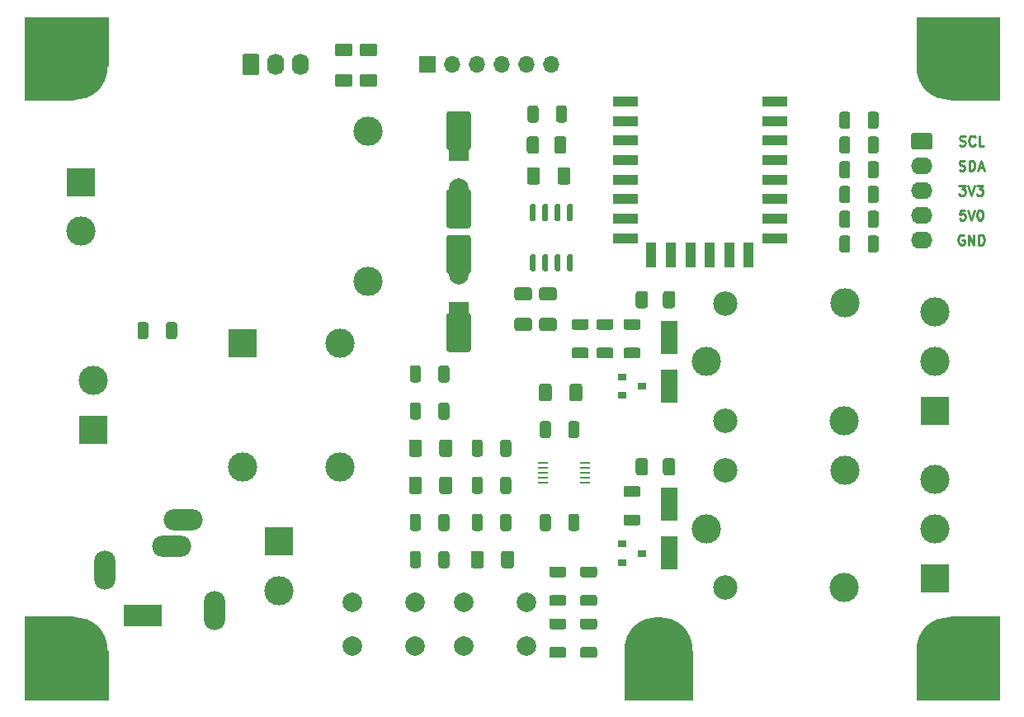
<source format=gbr>
%TF.GenerationSoftware,KiCad,Pcbnew,(5.1.10)-1*%
%TF.CreationDate,2021-10-13T22:05:38-03:00*%
%TF.ProjectId,kicad,6b696361-642e-46b6-9963-61645f706362,rev?*%
%TF.SameCoordinates,Original*%
%TF.FileFunction,Soldermask,Top*%
%TF.FilePolarity,Negative*%
%FSLAX46Y46*%
G04 Gerber Fmt 4.6, Leading zero omitted, Abs format (unit mm)*
G04 Created by KiCad (PCBNEW (5.1.10)-1) date 2021-10-13 22:05:38*
%MOMM*%
%LPD*%
G01*
G04 APERTURE LIST*
%ADD10C,0.250000*%
%ADD11C,0.100000*%
%ADD12C,7.000000*%
%ADD13R,0.900000X0.800000*%
%ADD14C,3.000000*%
%ADD15R,3.000000X3.000000*%
%ADD16O,2.200000X4.000000*%
%ADD17O,4.000000X2.200000*%
%ADD18R,4.000000X2.200000*%
%ADD19R,2.000000X2.000000*%
%ADD20C,2.000000*%
%ADD21O,1.740000X2.190000*%
%ADD22O,2.190000X1.740000*%
%ADD23R,1.100000X2.500000*%
%ADD24R,2.500000X1.100000*%
%ADD25R,1.100000X0.250000*%
%ADD26C,2.500000*%
%ADD27O,1.700000X1.700000*%
%ADD28R,1.700000X1.700000*%
%ADD29R,1.800000X3.500000*%
G04 APERTURE END LIST*
D10*
X196342095Y-87384000D02*
X196246857Y-87336380D01*
X196104000Y-87336380D01*
X195961142Y-87384000D01*
X195865904Y-87479238D01*
X195818285Y-87574476D01*
X195770666Y-87764952D01*
X195770666Y-87907809D01*
X195818285Y-88098285D01*
X195865904Y-88193523D01*
X195961142Y-88288761D01*
X196104000Y-88336380D01*
X196199238Y-88336380D01*
X196342095Y-88288761D01*
X196389714Y-88241142D01*
X196389714Y-87907809D01*
X196199238Y-87907809D01*
X196818285Y-88336380D02*
X196818285Y-87336380D01*
X197389714Y-88336380D01*
X197389714Y-87336380D01*
X197865904Y-88336380D02*
X197865904Y-87336380D01*
X198104000Y-87336380D01*
X198246857Y-87384000D01*
X198342095Y-87479238D01*
X198389714Y-87574476D01*
X198437333Y-87764952D01*
X198437333Y-87907809D01*
X198389714Y-88098285D01*
X198342095Y-88193523D01*
X198246857Y-88288761D01*
X198104000Y-88336380D01*
X197865904Y-88336380D01*
X196437333Y-84796380D02*
X195961142Y-84796380D01*
X195913523Y-85272571D01*
X195961142Y-85224952D01*
X196056380Y-85177333D01*
X196294476Y-85177333D01*
X196389714Y-85224952D01*
X196437333Y-85272571D01*
X196484952Y-85367809D01*
X196484952Y-85605904D01*
X196437333Y-85701142D01*
X196389714Y-85748761D01*
X196294476Y-85796380D01*
X196056380Y-85796380D01*
X195961142Y-85748761D01*
X195913523Y-85701142D01*
X196770666Y-84796380D02*
X197104000Y-85796380D01*
X197437333Y-84796380D01*
X197961142Y-84796380D02*
X198056380Y-84796380D01*
X198151619Y-84844000D01*
X198199238Y-84891619D01*
X198246857Y-84986857D01*
X198294476Y-85177333D01*
X198294476Y-85415428D01*
X198246857Y-85605904D01*
X198199238Y-85701142D01*
X198151619Y-85748761D01*
X198056380Y-85796380D01*
X197961142Y-85796380D01*
X197865904Y-85748761D01*
X197818285Y-85701142D01*
X197770666Y-85605904D01*
X197723047Y-85415428D01*
X197723047Y-85177333D01*
X197770666Y-84986857D01*
X197818285Y-84891619D01*
X197865904Y-84844000D01*
X197961142Y-84796380D01*
X195865904Y-82256380D02*
X196484952Y-82256380D01*
X196151619Y-82637333D01*
X196294476Y-82637333D01*
X196389714Y-82684952D01*
X196437333Y-82732571D01*
X196484952Y-82827809D01*
X196484952Y-83065904D01*
X196437333Y-83161142D01*
X196389714Y-83208761D01*
X196294476Y-83256380D01*
X196008761Y-83256380D01*
X195913523Y-83208761D01*
X195865904Y-83161142D01*
X196770666Y-82256380D02*
X197104000Y-83256380D01*
X197437333Y-82256380D01*
X197675428Y-82256380D02*
X198294476Y-82256380D01*
X197961142Y-82637333D01*
X198104000Y-82637333D01*
X198199238Y-82684952D01*
X198246857Y-82732571D01*
X198294476Y-82827809D01*
X198294476Y-83065904D01*
X198246857Y-83161142D01*
X198199238Y-83208761D01*
X198104000Y-83256380D01*
X197818285Y-83256380D01*
X197723047Y-83208761D01*
X197675428Y-83161142D01*
X195889714Y-80668761D02*
X196032571Y-80716380D01*
X196270666Y-80716380D01*
X196365904Y-80668761D01*
X196413523Y-80621142D01*
X196461142Y-80525904D01*
X196461142Y-80430666D01*
X196413523Y-80335428D01*
X196365904Y-80287809D01*
X196270666Y-80240190D01*
X196080190Y-80192571D01*
X195984952Y-80144952D01*
X195937333Y-80097333D01*
X195889714Y-80002095D01*
X195889714Y-79906857D01*
X195937333Y-79811619D01*
X195984952Y-79764000D01*
X196080190Y-79716380D01*
X196318285Y-79716380D01*
X196461142Y-79764000D01*
X196889714Y-80716380D02*
X196889714Y-79716380D01*
X197127809Y-79716380D01*
X197270666Y-79764000D01*
X197365904Y-79859238D01*
X197413523Y-79954476D01*
X197461142Y-80144952D01*
X197461142Y-80287809D01*
X197413523Y-80478285D01*
X197365904Y-80573523D01*
X197270666Y-80668761D01*
X197127809Y-80716380D01*
X196889714Y-80716380D01*
X197842095Y-80430666D02*
X198318285Y-80430666D01*
X197746857Y-80716380D02*
X198080190Y-79716380D01*
X198413523Y-80716380D01*
X195913523Y-78128761D02*
X196056380Y-78176380D01*
X196294476Y-78176380D01*
X196389714Y-78128761D01*
X196437333Y-78081142D01*
X196484952Y-77985904D01*
X196484952Y-77890666D01*
X196437333Y-77795428D01*
X196389714Y-77747809D01*
X196294476Y-77700190D01*
X196104000Y-77652571D01*
X196008761Y-77604952D01*
X195961142Y-77557333D01*
X195913523Y-77462095D01*
X195913523Y-77366857D01*
X195961142Y-77271619D01*
X196008761Y-77224000D01*
X196104000Y-77176380D01*
X196342095Y-77176380D01*
X196484952Y-77224000D01*
X197484952Y-78081142D02*
X197437333Y-78128761D01*
X197294476Y-78176380D01*
X197199238Y-78176380D01*
X197056380Y-78128761D01*
X196961142Y-78033523D01*
X196913523Y-77938285D01*
X196865904Y-77747809D01*
X196865904Y-77604952D01*
X196913523Y-77414476D01*
X196961142Y-77319238D01*
X197056380Y-77224000D01*
X197199238Y-77176380D01*
X197294476Y-77176380D01*
X197437333Y-77224000D01*
X197484952Y-77271619D01*
X198389714Y-78176380D02*
X197913523Y-78176380D01*
X197913523Y-77176380D01*
D11*
G36*
X168500000Y-135000000D02*
G01*
X161500000Y-135000000D01*
X161500000Y-130000000D01*
X168500000Y-130000000D01*
X168500000Y-135000000D01*
G37*
X168500000Y-135000000D02*
X161500000Y-135000000D01*
X161500000Y-130000000D01*
X168500000Y-130000000D01*
X168500000Y-135000000D01*
G36*
X108500000Y-70000000D02*
G01*
X105000000Y-73500000D01*
X100000000Y-73500000D01*
X100000000Y-65000000D01*
X108500000Y-65000000D01*
X108500000Y-70000000D01*
G37*
X108500000Y-70000000D02*
X105000000Y-73500000D01*
X100000000Y-73500000D01*
X100000000Y-65000000D01*
X108500000Y-65000000D01*
X108500000Y-70000000D01*
G36*
X200000000Y-73500000D02*
G01*
X195000000Y-73500000D01*
X191500000Y-70000000D01*
X191500000Y-65000000D01*
X200000000Y-65000000D01*
X200000000Y-73500000D01*
G37*
X200000000Y-73500000D02*
X195000000Y-73500000D01*
X191500000Y-70000000D01*
X191500000Y-65000000D01*
X200000000Y-65000000D01*
X200000000Y-73500000D01*
G36*
X200000000Y-135000000D02*
G01*
X191500000Y-135000000D01*
X191500000Y-130000000D01*
X195000000Y-126500000D01*
X200000000Y-126500000D01*
X200000000Y-135000000D01*
G37*
X200000000Y-135000000D02*
X191500000Y-135000000D01*
X191500000Y-130000000D01*
X195000000Y-126500000D01*
X200000000Y-126500000D01*
X200000000Y-135000000D01*
G36*
X108500000Y-130000000D02*
G01*
X108500000Y-135000000D01*
X100000000Y-135000000D01*
X100000000Y-126500000D01*
X105000000Y-126500000D01*
X108500000Y-130000000D01*
G37*
X108500000Y-130000000D02*
X108500000Y-135000000D01*
X100000000Y-135000000D01*
X100000000Y-126500000D01*
X105000000Y-126500000D01*
X108500000Y-130000000D01*
D12*
%TO.C,REF\u002A\u002A*%
X165000000Y-130000000D03*
%TD*%
%TO.C,REF\u002A\u002A*%
X195000000Y-130000000D03*
%TD*%
D13*
%TO.C,Q2*%
X163290000Y-120015000D03*
X161290000Y-120965000D03*
X161290000Y-119065000D03*
%TD*%
D12*
%TO.C,REF\u002A\u002A*%
X195000000Y-70000000D03*
%TD*%
%TO.C,REF\u002A\u002A*%
X105000000Y-70000000D03*
%TD*%
%TO.C,REF\u002A\u002A*%
X105000000Y-130000000D03*
%TD*%
D14*
%TO.C,J5*%
X126095000Y-123825000D03*
D15*
X126095000Y-118745000D03*
%TD*%
D14*
%TO.C,J8*%
X193405000Y-112395000D03*
X193405000Y-117475000D03*
D15*
X193405000Y-122555000D03*
%TD*%
D14*
%TO.C,PS1*%
X135175000Y-92115000D03*
X105775000Y-86915000D03*
D15*
X105775000Y-81915000D03*
D14*
X135175000Y-76715000D03*
%TD*%
%TO.C,T1*%
X132365000Y-111125000D03*
X122365000Y-111125000D03*
X132365000Y-98425000D03*
D15*
X122365000Y-98425000D03*
%TD*%
%TO.C,R11*%
G36*
G01*
X140627500Y-116214999D02*
X140627500Y-117465001D01*
G75*
G02*
X140377501Y-117715000I-249999J0D01*
G01*
X139752499Y-117715000D01*
G75*
G02*
X139502500Y-117465001I0J249999D01*
G01*
X139502500Y-116214999D01*
G75*
G02*
X139752499Y-115965000I249999J0D01*
G01*
X140377501Y-115965000D01*
G75*
G02*
X140627500Y-116214999I0J-249999D01*
G01*
G37*
G36*
G01*
X143552500Y-116214999D02*
X143552500Y-117465001D01*
G75*
G02*
X143302501Y-117715000I-249999J0D01*
G01*
X142677499Y-117715000D01*
G75*
G02*
X142427500Y-117465001I0J249999D01*
G01*
X142427500Y-116214999D01*
G75*
G02*
X142677499Y-115965000I249999J0D01*
G01*
X143302501Y-115965000D01*
G75*
G02*
X143552500Y-116214999I0J-249999D01*
G01*
G37*
%TD*%
%TO.C,R10*%
G36*
G01*
X140627500Y-104784999D02*
X140627500Y-106035001D01*
G75*
G02*
X140377501Y-106285000I-249999J0D01*
G01*
X139752499Y-106285000D01*
G75*
G02*
X139502500Y-106035001I0J249999D01*
G01*
X139502500Y-104784999D01*
G75*
G02*
X139752499Y-104535000I249999J0D01*
G01*
X140377501Y-104535000D01*
G75*
G02*
X140627500Y-104784999I0J-249999D01*
G01*
G37*
G36*
G01*
X143552500Y-104784999D02*
X143552500Y-106035001D01*
G75*
G02*
X143302501Y-106285000I-249999J0D01*
G01*
X142677499Y-106285000D01*
G75*
G02*
X142427500Y-106035001I0J249999D01*
G01*
X142427500Y-104784999D01*
G75*
G02*
X142677499Y-104535000I249999J0D01*
G01*
X143302501Y-104535000D01*
G75*
G02*
X143552500Y-104784999I0J-249999D01*
G01*
G37*
%TD*%
%TO.C,R13*%
G36*
G01*
X146977500Y-112404999D02*
X146977500Y-113655001D01*
G75*
G02*
X146727501Y-113905000I-249999J0D01*
G01*
X146102499Y-113905000D01*
G75*
G02*
X145852500Y-113655001I0J249999D01*
G01*
X145852500Y-112404999D01*
G75*
G02*
X146102499Y-112155000I249999J0D01*
G01*
X146727501Y-112155000D01*
G75*
G02*
X146977500Y-112404999I0J-249999D01*
G01*
G37*
G36*
G01*
X149902500Y-112404999D02*
X149902500Y-113655001D01*
G75*
G02*
X149652501Y-113905000I-249999J0D01*
G01*
X149027499Y-113905000D01*
G75*
G02*
X148777500Y-113655001I0J249999D01*
G01*
X148777500Y-112404999D01*
G75*
G02*
X149027499Y-112155000I249999J0D01*
G01*
X149652501Y-112155000D01*
G75*
G02*
X149902500Y-112404999I0J-249999D01*
G01*
G37*
%TD*%
%TO.C,R12*%
G36*
G01*
X146977500Y-108594999D02*
X146977500Y-109845001D01*
G75*
G02*
X146727501Y-110095000I-249999J0D01*
G01*
X146102499Y-110095000D01*
G75*
G02*
X145852500Y-109845001I0J249999D01*
G01*
X145852500Y-108594999D01*
G75*
G02*
X146102499Y-108345000I249999J0D01*
G01*
X146727501Y-108345000D01*
G75*
G02*
X146977500Y-108594999I0J-249999D01*
G01*
G37*
G36*
G01*
X149902500Y-108594999D02*
X149902500Y-109845001D01*
G75*
G02*
X149652501Y-110095000I-249999J0D01*
G01*
X149027499Y-110095000D01*
G75*
G02*
X148777500Y-109845001I0J249999D01*
G01*
X148777500Y-108594999D01*
G75*
G02*
X149027499Y-108345000I249999J0D01*
G01*
X149652501Y-108345000D01*
G75*
G02*
X149902500Y-108594999I0J-249999D01*
G01*
G37*
%TD*%
%TO.C,C4*%
G36*
G01*
X140727500Y-108569999D02*
X140727500Y-109870001D01*
G75*
G02*
X140477501Y-110120000I-249999J0D01*
G01*
X139652499Y-110120000D01*
G75*
G02*
X139402500Y-109870001I0J249999D01*
G01*
X139402500Y-108569999D01*
G75*
G02*
X139652499Y-108320000I249999J0D01*
G01*
X140477501Y-108320000D01*
G75*
G02*
X140727500Y-108569999I0J-249999D01*
G01*
G37*
G36*
G01*
X143852500Y-108569999D02*
X143852500Y-109870001D01*
G75*
G02*
X143602501Y-110120000I-249999J0D01*
G01*
X142777499Y-110120000D01*
G75*
G02*
X142527500Y-109870001I0J249999D01*
G01*
X142527500Y-108569999D01*
G75*
G02*
X142777499Y-108320000I249999J0D01*
G01*
X143602501Y-108320000D01*
G75*
G02*
X143852500Y-108569999I0J-249999D01*
G01*
G37*
%TD*%
%TO.C,C5*%
G36*
G01*
X140727500Y-112379999D02*
X140727500Y-113680001D01*
G75*
G02*
X140477501Y-113930000I-249999J0D01*
G01*
X139652499Y-113930000D01*
G75*
G02*
X139402500Y-113680001I0J249999D01*
G01*
X139402500Y-112379999D01*
G75*
G02*
X139652499Y-112130000I249999J0D01*
G01*
X140477501Y-112130000D01*
G75*
G02*
X140727500Y-112379999I0J-249999D01*
G01*
G37*
G36*
G01*
X143852500Y-112379999D02*
X143852500Y-113680001D01*
G75*
G02*
X143602501Y-113930000I-249999J0D01*
G01*
X142777499Y-113930000D01*
G75*
G02*
X142527500Y-113680001I0J249999D01*
G01*
X142527500Y-112379999D01*
G75*
G02*
X142777499Y-112130000I249999J0D01*
G01*
X143602501Y-112130000D01*
G75*
G02*
X143852500Y-112379999I0J-249999D01*
G01*
G37*
%TD*%
D16*
%TO.C,J4*%
X108225000Y-121765000D03*
D17*
X116225000Y-116565000D03*
X115025000Y-119265000D03*
D16*
X119425000Y-125865000D03*
D18*
X112125000Y-126365000D03*
%TD*%
D14*
%TO.C,J2*%
X107045000Y-102235000D03*
D15*
X107045000Y-107315000D03*
%TD*%
D19*
%TO.C,C8*%
X144510000Y-95245000D03*
D20*
X144510000Y-91445000D03*
G36*
G01*
X145510000Y-99345000D02*
X143510000Y-99345000D01*
G75*
G02*
X143260000Y-99095000I0J250000D01*
G01*
X143260000Y-95595000D01*
G75*
G02*
X143510000Y-95345000I250000J0D01*
G01*
X145510000Y-95345000D01*
G75*
G02*
X145760000Y-95595000I0J-250000D01*
G01*
X145760000Y-99095000D01*
G75*
G02*
X145510000Y-99345000I-250000J0D01*
G01*
G37*
G36*
G01*
X145510000Y-91345000D02*
X143510000Y-91345000D01*
G75*
G02*
X143260000Y-91095000I0J250000D01*
G01*
X143260000Y-87595000D01*
G75*
G02*
X143510000Y-87345000I250000J0D01*
G01*
X145510000Y-87345000D01*
G75*
G02*
X145760000Y-87595000I0J-250000D01*
G01*
X145760000Y-91095000D01*
G75*
G02*
X145510000Y-91345000I-250000J0D01*
G01*
G37*
%TD*%
D19*
%TO.C,C3*%
X144510000Y-78745000D03*
D20*
X144510000Y-82545000D03*
G36*
G01*
X143510000Y-74645000D02*
X145510000Y-74645000D01*
G75*
G02*
X145760000Y-74895000I0J-250000D01*
G01*
X145760000Y-78395000D01*
G75*
G02*
X145510000Y-78645000I-250000J0D01*
G01*
X143510000Y-78645000D01*
G75*
G02*
X143260000Y-78395000I0J250000D01*
G01*
X143260000Y-74895000D01*
G75*
G02*
X143510000Y-74645000I250000J0D01*
G01*
G37*
G36*
G01*
X143510000Y-82645000D02*
X145510000Y-82645000D01*
G75*
G02*
X145760000Y-82895000I0J-250000D01*
G01*
X145760000Y-86395000D01*
G75*
G02*
X145510000Y-86645000I-250000J0D01*
G01*
X143510000Y-86645000D01*
G75*
G02*
X143260000Y-86395000I0J250000D01*
G01*
X143260000Y-82895000D01*
G75*
G02*
X143510000Y-82645000I250000J0D01*
G01*
G37*
%TD*%
%TO.C,C1*%
G36*
G01*
X133365001Y-69022500D02*
X132064999Y-69022500D01*
G75*
G02*
X131815000Y-68772501I0J249999D01*
G01*
X131815000Y-67947499D01*
G75*
G02*
X132064999Y-67697500I249999J0D01*
G01*
X133365001Y-67697500D01*
G75*
G02*
X133615000Y-67947499I0J-249999D01*
G01*
X133615000Y-68772501D01*
G75*
G02*
X133365001Y-69022500I-249999J0D01*
G01*
G37*
G36*
G01*
X133365001Y-72147500D02*
X132064999Y-72147500D01*
G75*
G02*
X131815000Y-71897501I0J249999D01*
G01*
X131815000Y-71072499D01*
G75*
G02*
X132064999Y-70822500I249999J0D01*
G01*
X133365001Y-70822500D01*
G75*
G02*
X133615000Y-71072499I0J-249999D01*
G01*
X133615000Y-71897501D01*
G75*
G02*
X133365001Y-72147500I-249999J0D01*
G01*
G37*
%TD*%
D21*
%TO.C,J1*%
X128270000Y-69850000D03*
X125730000Y-69850000D03*
G36*
G01*
X122320000Y-70695001D02*
X122320000Y-69004999D01*
G75*
G02*
X122569999Y-68755000I249999J0D01*
G01*
X123810001Y-68755000D01*
G75*
G02*
X124060000Y-69004999I0J-249999D01*
G01*
X124060000Y-70695001D01*
G75*
G02*
X123810001Y-70945000I-249999J0D01*
G01*
X122569999Y-70945000D01*
G75*
G02*
X122320000Y-70695001I0J249999D01*
G01*
G37*
%TD*%
D22*
%TO.C,J3*%
X192024000Y-87884000D03*
X192024000Y-85344000D03*
X192024000Y-82804000D03*
X192024000Y-80264000D03*
G36*
G01*
X191178999Y-76854000D02*
X192869001Y-76854000D01*
G75*
G02*
X193119000Y-77103999I0J-249999D01*
G01*
X193119000Y-78344001D01*
G75*
G02*
X192869001Y-78594000I-249999J0D01*
G01*
X191178999Y-78594000D01*
G75*
G02*
X190929000Y-78344001I0J249999D01*
G01*
X190929000Y-77103999D01*
G75*
G02*
X191178999Y-76854000I249999J0D01*
G01*
G37*
%TD*%
%TO.C,R25*%
G36*
G01*
X186492500Y-88890001D02*
X186492500Y-87639999D01*
G75*
G02*
X186742499Y-87390000I249999J0D01*
G01*
X187367501Y-87390000D01*
G75*
G02*
X187617500Y-87639999I0J-249999D01*
G01*
X187617500Y-88890001D01*
G75*
G02*
X187367501Y-89140000I-249999J0D01*
G01*
X186742499Y-89140000D01*
G75*
G02*
X186492500Y-88890001I0J249999D01*
G01*
G37*
G36*
G01*
X183567500Y-88890001D02*
X183567500Y-87639999D01*
G75*
G02*
X183817499Y-87390000I249999J0D01*
G01*
X184442501Y-87390000D01*
G75*
G02*
X184692500Y-87639999I0J-249999D01*
G01*
X184692500Y-88890001D01*
G75*
G02*
X184442501Y-89140000I-249999J0D01*
G01*
X183817499Y-89140000D01*
G75*
G02*
X183567500Y-88890001I0J249999D01*
G01*
G37*
%TD*%
%TO.C,R24*%
G36*
G01*
X184692500Y-85099999D02*
X184692500Y-86350001D01*
G75*
G02*
X184442501Y-86600000I-249999J0D01*
G01*
X183817499Y-86600000D01*
G75*
G02*
X183567500Y-86350001I0J249999D01*
G01*
X183567500Y-85099999D01*
G75*
G02*
X183817499Y-84850000I249999J0D01*
G01*
X184442501Y-84850000D01*
G75*
G02*
X184692500Y-85099999I0J-249999D01*
G01*
G37*
G36*
G01*
X187617500Y-85099999D02*
X187617500Y-86350001D01*
G75*
G02*
X187367501Y-86600000I-249999J0D01*
G01*
X186742499Y-86600000D01*
G75*
G02*
X186492500Y-86350001I0J249999D01*
G01*
X186492500Y-85099999D01*
G75*
G02*
X186742499Y-84850000I249999J0D01*
G01*
X187367501Y-84850000D01*
G75*
G02*
X187617500Y-85099999I0J-249999D01*
G01*
G37*
%TD*%
%TO.C,R23*%
G36*
G01*
X157597001Y-97082500D02*
X156346999Y-97082500D01*
G75*
G02*
X156097000Y-96832501I0J249999D01*
G01*
X156097000Y-96207499D01*
G75*
G02*
X156346999Y-95957500I249999J0D01*
G01*
X157597001Y-95957500D01*
G75*
G02*
X157847000Y-96207499I0J-249999D01*
G01*
X157847000Y-96832501D01*
G75*
G02*
X157597001Y-97082500I-249999J0D01*
G01*
G37*
G36*
G01*
X157597001Y-100007500D02*
X156346999Y-100007500D01*
G75*
G02*
X156097000Y-99757501I0J249999D01*
G01*
X156097000Y-99132499D01*
G75*
G02*
X156346999Y-98882500I249999J0D01*
G01*
X157597001Y-98882500D01*
G75*
G02*
X157847000Y-99132499I0J-249999D01*
G01*
X157847000Y-99757501D01*
G75*
G02*
X157597001Y-100007500I-249999J0D01*
G01*
G37*
%TD*%
%TO.C,R22*%
G36*
G01*
X160137001Y-97082500D02*
X158886999Y-97082500D01*
G75*
G02*
X158637000Y-96832501I0J249999D01*
G01*
X158637000Y-96207499D01*
G75*
G02*
X158886999Y-95957500I249999J0D01*
G01*
X160137001Y-95957500D01*
G75*
G02*
X160387000Y-96207499I0J-249999D01*
G01*
X160387000Y-96832501D01*
G75*
G02*
X160137001Y-97082500I-249999J0D01*
G01*
G37*
G36*
G01*
X160137001Y-100007500D02*
X158886999Y-100007500D01*
G75*
G02*
X158637000Y-99757501I0J249999D01*
G01*
X158637000Y-99132499D01*
G75*
G02*
X158886999Y-98882500I249999J0D01*
G01*
X160137001Y-98882500D01*
G75*
G02*
X160387000Y-99132499I0J-249999D01*
G01*
X160387000Y-99757501D01*
G75*
G02*
X160137001Y-100007500I-249999J0D01*
G01*
G37*
%TD*%
%TO.C,R21*%
G36*
G01*
X161664999Y-116027500D02*
X162915001Y-116027500D01*
G75*
G02*
X163165000Y-116277499I0J-249999D01*
G01*
X163165000Y-116902501D01*
G75*
G02*
X162915001Y-117152500I-249999J0D01*
G01*
X161664999Y-117152500D01*
G75*
G02*
X161415000Y-116902501I0J249999D01*
G01*
X161415000Y-116277499D01*
G75*
G02*
X161664999Y-116027500I249999J0D01*
G01*
G37*
G36*
G01*
X161664999Y-113102500D02*
X162915001Y-113102500D01*
G75*
G02*
X163165000Y-113352499I0J-249999D01*
G01*
X163165000Y-113977501D01*
G75*
G02*
X162915001Y-114227500I-249999J0D01*
G01*
X161664999Y-114227500D01*
G75*
G02*
X161415000Y-113977501I0J249999D01*
G01*
X161415000Y-113352499D01*
G75*
G02*
X161664999Y-113102500I249999J0D01*
G01*
G37*
%TD*%
%TO.C,R20*%
G36*
G01*
X161664999Y-98882500D02*
X162915001Y-98882500D01*
G75*
G02*
X163165000Y-99132499I0J-249999D01*
G01*
X163165000Y-99757501D01*
G75*
G02*
X162915001Y-100007500I-249999J0D01*
G01*
X161664999Y-100007500D01*
G75*
G02*
X161415000Y-99757501I0J249999D01*
G01*
X161415000Y-99132499D01*
G75*
G02*
X161664999Y-98882500I249999J0D01*
G01*
G37*
G36*
G01*
X161664999Y-95957500D02*
X162915001Y-95957500D01*
G75*
G02*
X163165000Y-96207499I0J-249999D01*
G01*
X163165000Y-96832501D01*
G75*
G02*
X162915001Y-97082500I-249999J0D01*
G01*
X161664999Y-97082500D01*
G75*
G02*
X161415000Y-96832501I0J249999D01*
G01*
X161415000Y-96207499D01*
G75*
G02*
X161664999Y-95957500I249999J0D01*
G01*
G37*
%TD*%
%TO.C,R19*%
G36*
G01*
X146977500Y-116214999D02*
X146977500Y-117465001D01*
G75*
G02*
X146727501Y-117715000I-249999J0D01*
G01*
X146102499Y-117715000D01*
G75*
G02*
X145852500Y-117465001I0J249999D01*
G01*
X145852500Y-116214999D01*
G75*
G02*
X146102499Y-115965000I249999J0D01*
G01*
X146727501Y-115965000D01*
G75*
G02*
X146977500Y-116214999I0J-249999D01*
G01*
G37*
G36*
G01*
X149902500Y-116214999D02*
X149902500Y-117465001D01*
G75*
G02*
X149652501Y-117715000I-249999J0D01*
G01*
X149027499Y-117715000D01*
G75*
G02*
X148777500Y-117465001I0J249999D01*
G01*
X148777500Y-116214999D01*
G75*
G02*
X149027499Y-115965000I249999J0D01*
G01*
X149652501Y-115965000D01*
G75*
G02*
X149902500Y-116214999I0J-249999D01*
G01*
G37*
%TD*%
%TO.C,R18*%
G36*
G01*
X153962500Y-116214999D02*
X153962500Y-117465001D01*
G75*
G02*
X153712501Y-117715000I-249999J0D01*
G01*
X153087499Y-117715000D01*
G75*
G02*
X152837500Y-117465001I0J249999D01*
G01*
X152837500Y-116214999D01*
G75*
G02*
X153087499Y-115965000I249999J0D01*
G01*
X153712501Y-115965000D01*
G75*
G02*
X153962500Y-116214999I0J-249999D01*
G01*
G37*
G36*
G01*
X156887500Y-116214999D02*
X156887500Y-117465001D01*
G75*
G02*
X156637501Y-117715000I-249999J0D01*
G01*
X156012499Y-117715000D01*
G75*
G02*
X155762500Y-117465001I0J249999D01*
G01*
X155762500Y-116214999D01*
G75*
G02*
X156012499Y-115965000I249999J0D01*
G01*
X156637501Y-115965000D01*
G75*
G02*
X156887500Y-116214999I0J-249999D01*
G01*
G37*
%TD*%
%TO.C,C11*%
G36*
G01*
X153019999Y-95857500D02*
X154320001Y-95857500D01*
G75*
G02*
X154570000Y-96107499I0J-249999D01*
G01*
X154570000Y-96932501D01*
G75*
G02*
X154320001Y-97182500I-249999J0D01*
G01*
X153019999Y-97182500D01*
G75*
G02*
X152770000Y-96932501I0J249999D01*
G01*
X152770000Y-96107499D01*
G75*
G02*
X153019999Y-95857500I249999J0D01*
G01*
G37*
G36*
G01*
X153019999Y-92732500D02*
X154320001Y-92732500D01*
G75*
G02*
X154570000Y-92982499I0J-249999D01*
G01*
X154570000Y-93807501D01*
G75*
G02*
X154320001Y-94057500I-249999J0D01*
G01*
X153019999Y-94057500D01*
G75*
G02*
X152770000Y-93807501I0J249999D01*
G01*
X152770000Y-92982499D01*
G75*
G02*
X153019999Y-92732500I249999J0D01*
G01*
G37*
%TD*%
%TO.C,C10*%
G36*
G01*
X150479999Y-95857500D02*
X151780001Y-95857500D01*
G75*
G02*
X152030000Y-96107499I0J-249999D01*
G01*
X152030000Y-96932501D01*
G75*
G02*
X151780001Y-97182500I-249999J0D01*
G01*
X150479999Y-97182500D01*
G75*
G02*
X150230000Y-96932501I0J249999D01*
G01*
X150230000Y-96107499D01*
G75*
G02*
X150479999Y-95857500I249999J0D01*
G01*
G37*
G36*
G01*
X150479999Y-92732500D02*
X151780001Y-92732500D01*
G75*
G02*
X152030000Y-92982499I0J-249999D01*
G01*
X152030000Y-93807501D01*
G75*
G02*
X151780001Y-94057500I-249999J0D01*
G01*
X150479999Y-94057500D01*
G75*
G02*
X150230000Y-93807501I0J249999D01*
G01*
X150230000Y-92982499D01*
G75*
G02*
X150479999Y-92732500I249999J0D01*
G01*
G37*
%TD*%
D23*
%TO.C,U3*%
X174280000Y-89360000D03*
X172280000Y-89360000D03*
X170280000Y-89360000D03*
X168280000Y-89360000D03*
X166280000Y-89360000D03*
X164280000Y-89360000D03*
D24*
X176990000Y-73660000D03*
X176990000Y-75660000D03*
X176990000Y-77660000D03*
X176990000Y-79660000D03*
X176990000Y-81660000D03*
X176990000Y-83660000D03*
X176990000Y-85660000D03*
X176990000Y-87660000D03*
X161590000Y-87660000D03*
X161590000Y-85660000D03*
X161590000Y-83660000D03*
X161590000Y-81660000D03*
X161590000Y-79660000D03*
X161590000Y-77660000D03*
X161590000Y-75660000D03*
X161590000Y-73660000D03*
%TD*%
D25*
%TO.C,U2*%
X157455000Y-110760000D03*
X157455000Y-111260000D03*
X157455000Y-111760000D03*
X157455000Y-112260000D03*
X157455000Y-112760000D03*
X153155000Y-112760000D03*
X153155000Y-112260000D03*
X153155000Y-111760000D03*
X153155000Y-111260000D03*
X153155000Y-110760000D03*
%TD*%
%TO.C,U1*%
G36*
G01*
X152280000Y-85930000D02*
X151980000Y-85930000D01*
G75*
G02*
X151830000Y-85780000I0J150000D01*
G01*
X151830000Y-84330000D01*
G75*
G02*
X151980000Y-84180000I150000J0D01*
G01*
X152280000Y-84180000D01*
G75*
G02*
X152430000Y-84330000I0J-150000D01*
G01*
X152430000Y-85780000D01*
G75*
G02*
X152280000Y-85930000I-150000J0D01*
G01*
G37*
G36*
G01*
X153550000Y-85930000D02*
X153250000Y-85930000D01*
G75*
G02*
X153100000Y-85780000I0J150000D01*
G01*
X153100000Y-84330000D01*
G75*
G02*
X153250000Y-84180000I150000J0D01*
G01*
X153550000Y-84180000D01*
G75*
G02*
X153700000Y-84330000I0J-150000D01*
G01*
X153700000Y-85780000D01*
G75*
G02*
X153550000Y-85930000I-150000J0D01*
G01*
G37*
G36*
G01*
X154820000Y-85930000D02*
X154520000Y-85930000D01*
G75*
G02*
X154370000Y-85780000I0J150000D01*
G01*
X154370000Y-84330000D01*
G75*
G02*
X154520000Y-84180000I150000J0D01*
G01*
X154820000Y-84180000D01*
G75*
G02*
X154970000Y-84330000I0J-150000D01*
G01*
X154970000Y-85780000D01*
G75*
G02*
X154820000Y-85930000I-150000J0D01*
G01*
G37*
G36*
G01*
X156090000Y-85930000D02*
X155790000Y-85930000D01*
G75*
G02*
X155640000Y-85780000I0J150000D01*
G01*
X155640000Y-84330000D01*
G75*
G02*
X155790000Y-84180000I150000J0D01*
G01*
X156090000Y-84180000D01*
G75*
G02*
X156240000Y-84330000I0J-150000D01*
G01*
X156240000Y-85780000D01*
G75*
G02*
X156090000Y-85930000I-150000J0D01*
G01*
G37*
G36*
G01*
X156090000Y-91080000D02*
X155790000Y-91080000D01*
G75*
G02*
X155640000Y-90930000I0J150000D01*
G01*
X155640000Y-89480000D01*
G75*
G02*
X155790000Y-89330000I150000J0D01*
G01*
X156090000Y-89330000D01*
G75*
G02*
X156240000Y-89480000I0J-150000D01*
G01*
X156240000Y-90930000D01*
G75*
G02*
X156090000Y-91080000I-150000J0D01*
G01*
G37*
G36*
G01*
X154820000Y-91080000D02*
X154520000Y-91080000D01*
G75*
G02*
X154370000Y-90930000I0J150000D01*
G01*
X154370000Y-89480000D01*
G75*
G02*
X154520000Y-89330000I150000J0D01*
G01*
X154820000Y-89330000D01*
G75*
G02*
X154970000Y-89480000I0J-150000D01*
G01*
X154970000Y-90930000D01*
G75*
G02*
X154820000Y-91080000I-150000J0D01*
G01*
G37*
G36*
G01*
X153550000Y-91080000D02*
X153250000Y-91080000D01*
G75*
G02*
X153100000Y-90930000I0J150000D01*
G01*
X153100000Y-89480000D01*
G75*
G02*
X153250000Y-89330000I150000J0D01*
G01*
X153550000Y-89330000D01*
G75*
G02*
X153700000Y-89480000I0J-150000D01*
G01*
X153700000Y-90930000D01*
G75*
G02*
X153550000Y-91080000I-150000J0D01*
G01*
G37*
G36*
G01*
X152280000Y-91080000D02*
X151980000Y-91080000D01*
G75*
G02*
X151830000Y-90930000I0J150000D01*
G01*
X151830000Y-89480000D01*
G75*
G02*
X151980000Y-89330000I150000J0D01*
G01*
X152280000Y-89330000D01*
G75*
G02*
X152430000Y-89480000I0J-150000D01*
G01*
X152430000Y-90930000D01*
G75*
G02*
X152280000Y-91080000I-150000J0D01*
G01*
G37*
%TD*%
D20*
%TO.C,SW1*%
X151495000Y-125040000D03*
X151495000Y-129540000D03*
X144995000Y-125040000D03*
X144995000Y-129540000D03*
%TD*%
%TO.C,R9*%
G36*
G01*
X157219999Y-124282500D02*
X158470001Y-124282500D01*
G75*
G02*
X158720000Y-124532499I0J-249999D01*
G01*
X158720000Y-125157501D01*
G75*
G02*
X158470001Y-125407500I-249999J0D01*
G01*
X157219999Y-125407500D01*
G75*
G02*
X156970000Y-125157501I0J249999D01*
G01*
X156970000Y-124532499D01*
G75*
G02*
X157219999Y-124282500I249999J0D01*
G01*
G37*
G36*
G01*
X157219999Y-121357500D02*
X158470001Y-121357500D01*
G75*
G02*
X158720000Y-121607499I0J-249999D01*
G01*
X158720000Y-122232501D01*
G75*
G02*
X158470001Y-122482500I-249999J0D01*
G01*
X157219999Y-122482500D01*
G75*
G02*
X156970000Y-122232501I0J249999D01*
G01*
X156970000Y-121607499D01*
G75*
G02*
X157219999Y-121357500I249999J0D01*
G01*
G37*
%TD*%
%TO.C,R6*%
G36*
G01*
X154044999Y-129612500D02*
X155295001Y-129612500D01*
G75*
G02*
X155545000Y-129862499I0J-249999D01*
G01*
X155545000Y-130487501D01*
G75*
G02*
X155295001Y-130737500I-249999J0D01*
G01*
X154044999Y-130737500D01*
G75*
G02*
X153795000Y-130487501I0J249999D01*
G01*
X153795000Y-129862499D01*
G75*
G02*
X154044999Y-129612500I249999J0D01*
G01*
G37*
G36*
G01*
X154044999Y-126687500D02*
X155295001Y-126687500D01*
G75*
G02*
X155545000Y-126937499I0J-249999D01*
G01*
X155545000Y-127562501D01*
G75*
G02*
X155295001Y-127812500I-249999J0D01*
G01*
X154044999Y-127812500D01*
G75*
G02*
X153795000Y-127562501I0J249999D01*
G01*
X153795000Y-126937499D01*
G75*
G02*
X154044999Y-126687500I249999J0D01*
G01*
G37*
%TD*%
%TO.C,R5*%
G36*
G01*
X142427500Y-121275001D02*
X142427500Y-120024999D01*
G75*
G02*
X142677499Y-119775000I249999J0D01*
G01*
X143302501Y-119775000D01*
G75*
G02*
X143552500Y-120024999I0J-249999D01*
G01*
X143552500Y-121275001D01*
G75*
G02*
X143302501Y-121525000I-249999J0D01*
G01*
X142677499Y-121525000D01*
G75*
G02*
X142427500Y-121275001I0J249999D01*
G01*
G37*
G36*
G01*
X139502500Y-121275001D02*
X139502500Y-120024999D01*
G75*
G02*
X139752499Y-119775000I249999J0D01*
G01*
X140377501Y-119775000D01*
G75*
G02*
X140627500Y-120024999I0J-249999D01*
G01*
X140627500Y-121275001D01*
G75*
G02*
X140377501Y-121525000I-249999J0D01*
G01*
X139752499Y-121525000D01*
G75*
G02*
X139502500Y-121275001I0J249999D01*
G01*
G37*
%TD*%
%TO.C,R17*%
G36*
G01*
X153962500Y-106689999D02*
X153962500Y-107940001D01*
G75*
G02*
X153712501Y-108190000I-249999J0D01*
G01*
X153087499Y-108190000D01*
G75*
G02*
X152837500Y-107940001I0J249999D01*
G01*
X152837500Y-106689999D01*
G75*
G02*
X153087499Y-106440000I249999J0D01*
G01*
X153712501Y-106440000D01*
G75*
G02*
X153962500Y-106689999I0J-249999D01*
G01*
G37*
G36*
G01*
X156887500Y-106689999D02*
X156887500Y-107940001D01*
G75*
G02*
X156637501Y-108190000I-249999J0D01*
G01*
X156012499Y-108190000D01*
G75*
G02*
X155762500Y-107940001I0J249999D01*
G01*
X155762500Y-106689999D01*
G75*
G02*
X156012499Y-106440000I249999J0D01*
G01*
X156637501Y-106440000D01*
G75*
G02*
X156887500Y-106689999I0J-249999D01*
G01*
G37*
%TD*%
%TO.C,R15*%
G36*
G01*
X186492500Y-76190001D02*
X186492500Y-74939999D01*
G75*
G02*
X186742499Y-74690000I249999J0D01*
G01*
X187367501Y-74690000D01*
G75*
G02*
X187617500Y-74939999I0J-249999D01*
G01*
X187617500Y-76190001D01*
G75*
G02*
X187367501Y-76440000I-249999J0D01*
G01*
X186742499Y-76440000D01*
G75*
G02*
X186492500Y-76190001I0J249999D01*
G01*
G37*
G36*
G01*
X183567500Y-76190001D02*
X183567500Y-74939999D01*
G75*
G02*
X183817499Y-74690000I249999J0D01*
G01*
X184442501Y-74690000D01*
G75*
G02*
X184692500Y-74939999I0J-249999D01*
G01*
X184692500Y-76190001D01*
G75*
G02*
X184442501Y-76440000I-249999J0D01*
G01*
X183817499Y-76440000D01*
G75*
G02*
X183567500Y-76190001I0J249999D01*
G01*
G37*
%TD*%
%TO.C,R16*%
G36*
G01*
X186492500Y-78730001D02*
X186492500Y-77479999D01*
G75*
G02*
X186742499Y-77230000I249999J0D01*
G01*
X187367501Y-77230000D01*
G75*
G02*
X187617500Y-77479999I0J-249999D01*
G01*
X187617500Y-78730001D01*
G75*
G02*
X187367501Y-78980000I-249999J0D01*
G01*
X186742499Y-78980000D01*
G75*
G02*
X186492500Y-78730001I0J249999D01*
G01*
G37*
G36*
G01*
X183567500Y-78730001D02*
X183567500Y-77479999D01*
G75*
G02*
X183817499Y-77230000I249999J0D01*
G01*
X184442501Y-77230000D01*
G75*
G02*
X184692500Y-77479999I0J-249999D01*
G01*
X184692500Y-78730001D01*
G75*
G02*
X184442501Y-78980000I-249999J0D01*
G01*
X183817499Y-78980000D01*
G75*
G02*
X183567500Y-78730001I0J249999D01*
G01*
G37*
%TD*%
%TO.C,SW2*%
X140065000Y-125040000D03*
X140065000Y-129540000D03*
X133565000Y-125040000D03*
X133565000Y-129540000D03*
%TD*%
%TO.C,R3*%
G36*
G01*
X112687500Y-96529999D02*
X112687500Y-97780001D01*
G75*
G02*
X112437501Y-98030000I-249999J0D01*
G01*
X111812499Y-98030000D01*
G75*
G02*
X111562500Y-97780001I0J249999D01*
G01*
X111562500Y-96529999D01*
G75*
G02*
X111812499Y-96280000I249999J0D01*
G01*
X112437501Y-96280000D01*
G75*
G02*
X112687500Y-96529999I0J-249999D01*
G01*
G37*
G36*
G01*
X115612500Y-96529999D02*
X115612500Y-97780001D01*
G75*
G02*
X115362501Y-98030000I-249999J0D01*
G01*
X114737499Y-98030000D01*
G75*
G02*
X114487500Y-97780001I0J249999D01*
G01*
X114487500Y-96529999D01*
G75*
G02*
X114737499Y-96280000I249999J0D01*
G01*
X115362501Y-96280000D01*
G75*
G02*
X115612500Y-96529999I0J-249999D01*
G01*
G37*
%TD*%
%TO.C,R14*%
G36*
G01*
X152692500Y-74304999D02*
X152692500Y-75555001D01*
G75*
G02*
X152442501Y-75805000I-249999J0D01*
G01*
X151817499Y-75805000D01*
G75*
G02*
X151567500Y-75555001I0J249999D01*
G01*
X151567500Y-74304999D01*
G75*
G02*
X151817499Y-74055000I249999J0D01*
G01*
X152442501Y-74055000D01*
G75*
G02*
X152692500Y-74304999I0J-249999D01*
G01*
G37*
G36*
G01*
X155617500Y-74304999D02*
X155617500Y-75555001D01*
G75*
G02*
X155367501Y-75805000I-249999J0D01*
G01*
X154742499Y-75805000D01*
G75*
G02*
X154492500Y-75555001I0J249999D01*
G01*
X154492500Y-74304999D01*
G75*
G02*
X154742499Y-74055000I249999J0D01*
G01*
X155367501Y-74055000D01*
G75*
G02*
X155617500Y-74304999I0J-249999D01*
G01*
G37*
%TD*%
%TO.C,R8*%
G36*
G01*
X154044999Y-124282500D02*
X155295001Y-124282500D01*
G75*
G02*
X155545000Y-124532499I0J-249999D01*
G01*
X155545000Y-125157501D01*
G75*
G02*
X155295001Y-125407500I-249999J0D01*
G01*
X154044999Y-125407500D01*
G75*
G02*
X153795000Y-125157501I0J249999D01*
G01*
X153795000Y-124532499D01*
G75*
G02*
X154044999Y-124282500I249999J0D01*
G01*
G37*
G36*
G01*
X154044999Y-121357500D02*
X155295001Y-121357500D01*
G75*
G02*
X155545000Y-121607499I0J-249999D01*
G01*
X155545000Y-122232501D01*
G75*
G02*
X155295001Y-122482500I-249999J0D01*
G01*
X154044999Y-122482500D01*
G75*
G02*
X153795000Y-122232501I0J249999D01*
G01*
X153795000Y-121607499D01*
G75*
G02*
X154044999Y-121357500I249999J0D01*
G01*
G37*
%TD*%
%TO.C,R2*%
G36*
G01*
X186492500Y-81270001D02*
X186492500Y-80019999D01*
G75*
G02*
X186742499Y-79770000I249999J0D01*
G01*
X187367501Y-79770000D01*
G75*
G02*
X187617500Y-80019999I0J-249999D01*
G01*
X187617500Y-81270001D01*
G75*
G02*
X187367501Y-81520000I-249999J0D01*
G01*
X186742499Y-81520000D01*
G75*
G02*
X186492500Y-81270001I0J249999D01*
G01*
G37*
G36*
G01*
X183567500Y-81270001D02*
X183567500Y-80019999D01*
G75*
G02*
X183817499Y-79770000I249999J0D01*
G01*
X184442501Y-79770000D01*
G75*
G02*
X184692500Y-80019999I0J-249999D01*
G01*
X184692500Y-81270001D01*
G75*
G02*
X184442501Y-81520000I-249999J0D01*
G01*
X183817499Y-81520000D01*
G75*
G02*
X183567500Y-81270001I0J249999D01*
G01*
G37*
%TD*%
%TO.C,R7*%
G36*
G01*
X157219999Y-129612500D02*
X158470001Y-129612500D01*
G75*
G02*
X158720000Y-129862499I0J-249999D01*
G01*
X158720000Y-130487501D01*
G75*
G02*
X158470001Y-130737500I-249999J0D01*
G01*
X157219999Y-130737500D01*
G75*
G02*
X156970000Y-130487501I0J249999D01*
G01*
X156970000Y-129862499D01*
G75*
G02*
X157219999Y-129612500I249999J0D01*
G01*
G37*
G36*
G01*
X157219999Y-126687500D02*
X158470001Y-126687500D01*
G75*
G02*
X158720000Y-126937499I0J-249999D01*
G01*
X158720000Y-127562501D01*
G75*
G02*
X158470001Y-127812500I-249999J0D01*
G01*
X157219999Y-127812500D01*
G75*
G02*
X156970000Y-127562501I0J249999D01*
G01*
X156970000Y-126937499D01*
G75*
G02*
X157219999Y-126687500I249999J0D01*
G01*
G37*
%TD*%
%TO.C,R4*%
G36*
G01*
X140627500Y-100974999D02*
X140627500Y-102225001D01*
G75*
G02*
X140377501Y-102475000I-249999J0D01*
G01*
X139752499Y-102475000D01*
G75*
G02*
X139502500Y-102225001I0J249999D01*
G01*
X139502500Y-100974999D01*
G75*
G02*
X139752499Y-100725000I249999J0D01*
G01*
X140377501Y-100725000D01*
G75*
G02*
X140627500Y-100974999I0J-249999D01*
G01*
G37*
G36*
G01*
X143552500Y-100974999D02*
X143552500Y-102225001D01*
G75*
G02*
X143302501Y-102475000I-249999J0D01*
G01*
X142677499Y-102475000D01*
G75*
G02*
X142427500Y-102225001I0J249999D01*
G01*
X142427500Y-100974999D01*
G75*
G02*
X142677499Y-100725000I249999J0D01*
G01*
X143302501Y-100725000D01*
G75*
G02*
X143552500Y-100974999I0J-249999D01*
G01*
G37*
%TD*%
%TO.C,C9*%
G36*
G01*
X154062500Y-102854999D02*
X154062500Y-104155001D01*
G75*
G02*
X153812501Y-104405000I-249999J0D01*
G01*
X152987499Y-104405000D01*
G75*
G02*
X152737500Y-104155001I0J249999D01*
G01*
X152737500Y-102854999D01*
G75*
G02*
X152987499Y-102605000I249999J0D01*
G01*
X153812501Y-102605000D01*
G75*
G02*
X154062500Y-102854999I0J-249999D01*
G01*
G37*
G36*
G01*
X157187500Y-102854999D02*
X157187500Y-104155001D01*
G75*
G02*
X156937501Y-104405000I-249999J0D01*
G01*
X156112499Y-104405000D01*
G75*
G02*
X155862500Y-104155001I0J249999D01*
G01*
X155862500Y-102854999D01*
G75*
G02*
X156112499Y-102605000I249999J0D01*
G01*
X156937501Y-102605000D01*
G75*
G02*
X157187500Y-102854999I0J-249999D01*
G01*
G37*
%TD*%
%TO.C,C6*%
G36*
G01*
X154642500Y-81930001D02*
X154642500Y-80629999D01*
G75*
G02*
X154892499Y-80380000I249999J0D01*
G01*
X155717501Y-80380000D01*
G75*
G02*
X155967500Y-80629999I0J-249999D01*
G01*
X155967500Y-81930001D01*
G75*
G02*
X155717501Y-82180000I-249999J0D01*
G01*
X154892499Y-82180000D01*
G75*
G02*
X154642500Y-81930001I0J249999D01*
G01*
G37*
G36*
G01*
X151517500Y-81930001D02*
X151517500Y-80629999D01*
G75*
G02*
X151767499Y-80380000I249999J0D01*
G01*
X152592501Y-80380000D01*
G75*
G02*
X152842500Y-80629999I0J-249999D01*
G01*
X152842500Y-81930001D01*
G75*
G02*
X152592501Y-82180000I-249999J0D01*
G01*
X151767499Y-82180000D01*
G75*
G02*
X151517500Y-81930001I0J249999D01*
G01*
G37*
%TD*%
%TO.C,C7*%
G36*
G01*
X147077500Y-119999999D02*
X147077500Y-121300001D01*
G75*
G02*
X146827501Y-121550000I-249999J0D01*
G01*
X146002499Y-121550000D01*
G75*
G02*
X145752500Y-121300001I0J249999D01*
G01*
X145752500Y-119999999D01*
G75*
G02*
X146002499Y-119750000I249999J0D01*
G01*
X146827501Y-119750000D01*
G75*
G02*
X147077500Y-119999999I0J-249999D01*
G01*
G37*
G36*
G01*
X150202500Y-119999999D02*
X150202500Y-121300001D01*
G75*
G02*
X149952501Y-121550000I-249999J0D01*
G01*
X149127499Y-121550000D01*
G75*
G02*
X148877500Y-121300001I0J249999D01*
G01*
X148877500Y-119999999D01*
G75*
G02*
X149127499Y-119750000I249999J0D01*
G01*
X149952501Y-119750000D01*
G75*
G02*
X150202500Y-119999999I0J-249999D01*
G01*
G37*
%TD*%
%TO.C,D1*%
G36*
G01*
X152755000Y-77480000D02*
X152755000Y-78730000D01*
G75*
G02*
X152505000Y-78980000I-250000J0D01*
G01*
X151755000Y-78980000D01*
G75*
G02*
X151505000Y-78730000I0J250000D01*
G01*
X151505000Y-77480000D01*
G75*
G02*
X151755000Y-77230000I250000J0D01*
G01*
X152505000Y-77230000D01*
G75*
G02*
X152755000Y-77480000I0J-250000D01*
G01*
G37*
G36*
G01*
X155555000Y-77480000D02*
X155555000Y-78730000D01*
G75*
G02*
X155305000Y-78980000I-250000J0D01*
G01*
X154555000Y-78980000D01*
G75*
G02*
X154305000Y-78730000I0J250000D01*
G01*
X154305000Y-77480000D01*
G75*
G02*
X154555000Y-77230000I250000J0D01*
G01*
X155305000Y-77230000D01*
G75*
G02*
X155555000Y-77480000I0J-250000D01*
G01*
G37*
%TD*%
%TO.C,C2*%
G36*
G01*
X135905001Y-69022500D02*
X134604999Y-69022500D01*
G75*
G02*
X134355000Y-68772501I0J249999D01*
G01*
X134355000Y-67947499D01*
G75*
G02*
X134604999Y-67697500I249999J0D01*
G01*
X135905001Y-67697500D01*
G75*
G02*
X136155000Y-67947499I0J-249999D01*
G01*
X136155000Y-68772501D01*
G75*
G02*
X135905001Y-69022500I-249999J0D01*
G01*
G37*
G36*
G01*
X135905001Y-72147500D02*
X134604999Y-72147500D01*
G75*
G02*
X134355000Y-71897501I0J249999D01*
G01*
X134355000Y-71072499D01*
G75*
G02*
X134604999Y-70822500I249999J0D01*
G01*
X135905001Y-70822500D01*
G75*
G02*
X136155000Y-71072499I0J-249999D01*
G01*
X136155000Y-71897501D01*
G75*
G02*
X135905001Y-72147500I-249999J0D01*
G01*
G37*
%TD*%
%TO.C,R1*%
G36*
G01*
X186492500Y-83810001D02*
X186492500Y-82559999D01*
G75*
G02*
X186742499Y-82310000I249999J0D01*
G01*
X187367501Y-82310000D01*
G75*
G02*
X187617500Y-82559999I0J-249999D01*
G01*
X187617500Y-83810001D01*
G75*
G02*
X187367501Y-84060000I-249999J0D01*
G01*
X186742499Y-84060000D01*
G75*
G02*
X186492500Y-83810001I0J249999D01*
G01*
G37*
G36*
G01*
X183567500Y-83810001D02*
X183567500Y-82559999D01*
G75*
G02*
X183817499Y-82310000I249999J0D01*
G01*
X184442501Y-82310000D01*
G75*
G02*
X184692500Y-82559999I0J-249999D01*
G01*
X184692500Y-83810001D01*
G75*
G02*
X184442501Y-84060000I-249999J0D01*
G01*
X183817499Y-84060000D01*
G75*
G02*
X183567500Y-83810001I0J249999D01*
G01*
G37*
%TD*%
D14*
%TO.C,K1*%
X169910000Y-100330000D03*
D26*
X171860000Y-94380000D03*
D14*
X184110000Y-94330000D03*
X184060000Y-106380000D03*
D26*
X171860000Y-106380000D03*
%TD*%
D13*
%TO.C,Q1*%
X163290000Y-102870000D03*
X161290000Y-103820000D03*
X161290000Y-101920000D03*
%TD*%
D14*
%TO.C,J7*%
X193405000Y-95250000D03*
X193405000Y-100330000D03*
D15*
X193405000Y-105410000D03*
%TD*%
D27*
%TO.C,J6*%
X154035000Y-69850000D03*
X151495000Y-69850000D03*
X148955000Y-69850000D03*
X146415000Y-69850000D03*
X143875000Y-69850000D03*
D28*
X141335000Y-69850000D03*
%TD*%
D14*
%TO.C,K2*%
X169910000Y-117475000D03*
D26*
X171860000Y-111525000D03*
D14*
X184110000Y-111475000D03*
X184060000Y-123525000D03*
D26*
X171860000Y-123525000D03*
%TD*%
D29*
%TO.C,D5*%
X166100000Y-119975000D03*
X166100000Y-114975000D03*
%TD*%
%TO.C,D4*%
X166100000Y-102830000D03*
X166100000Y-97830000D03*
%TD*%
%TO.C,D3*%
G36*
G01*
X165475000Y-111750000D02*
X165475000Y-110500000D01*
G75*
G02*
X165725000Y-110250000I250000J0D01*
G01*
X166475000Y-110250000D01*
G75*
G02*
X166725000Y-110500000I0J-250000D01*
G01*
X166725000Y-111750000D01*
G75*
G02*
X166475000Y-112000000I-250000J0D01*
G01*
X165725000Y-112000000D01*
G75*
G02*
X165475000Y-111750000I0J250000D01*
G01*
G37*
G36*
G01*
X162675000Y-111750000D02*
X162675000Y-110500000D01*
G75*
G02*
X162925000Y-110250000I250000J0D01*
G01*
X163675000Y-110250000D01*
G75*
G02*
X163925000Y-110500000I0J-250000D01*
G01*
X163925000Y-111750000D01*
G75*
G02*
X163675000Y-112000000I-250000J0D01*
G01*
X162925000Y-112000000D01*
G75*
G02*
X162675000Y-111750000I0J250000D01*
G01*
G37*
%TD*%
%TO.C,D2*%
G36*
G01*
X165475000Y-94605000D02*
X165475000Y-93355000D01*
G75*
G02*
X165725000Y-93105000I250000J0D01*
G01*
X166475000Y-93105000D01*
G75*
G02*
X166725000Y-93355000I0J-250000D01*
G01*
X166725000Y-94605000D01*
G75*
G02*
X166475000Y-94855000I-250000J0D01*
G01*
X165725000Y-94855000D01*
G75*
G02*
X165475000Y-94605000I0J250000D01*
G01*
G37*
G36*
G01*
X162675000Y-94605000D02*
X162675000Y-93355000D01*
G75*
G02*
X162925000Y-93105000I250000J0D01*
G01*
X163675000Y-93105000D01*
G75*
G02*
X163925000Y-93355000I0J-250000D01*
G01*
X163925000Y-94605000D01*
G75*
G02*
X163675000Y-94855000I-250000J0D01*
G01*
X162925000Y-94855000D01*
G75*
G02*
X162675000Y-94605000I0J250000D01*
G01*
G37*
%TD*%
M02*

</source>
